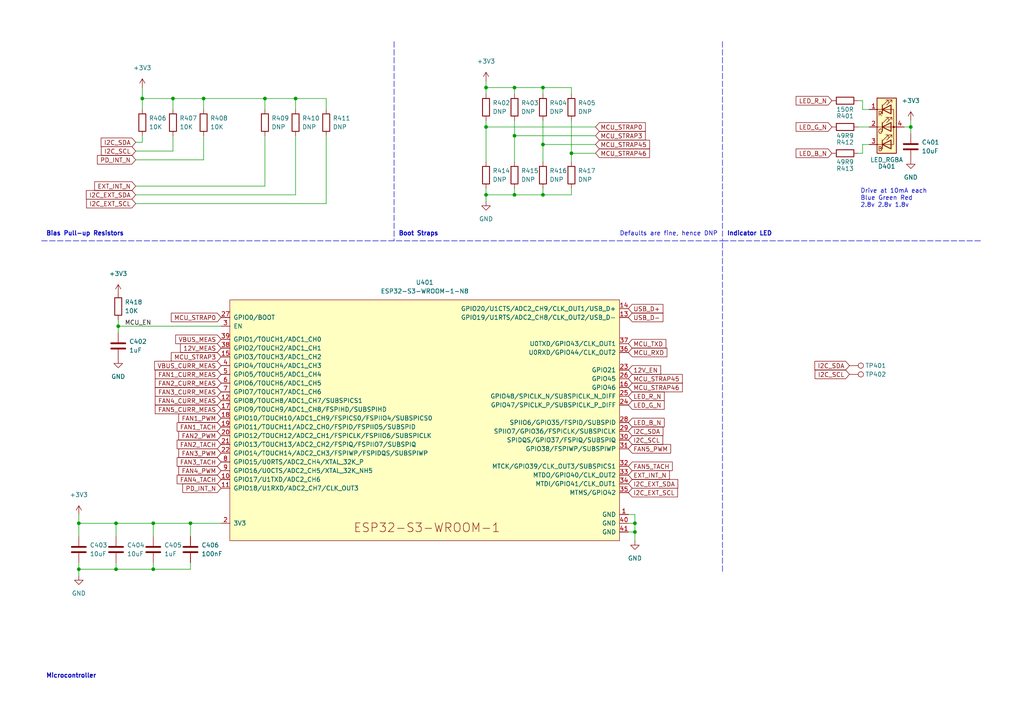
<source format=kicad_sch>
(kicad_sch (version 20211123) (generator eeschema)
  (paper "A4")
  (lib_symbols
    (symbol "Connector:TestPoint" (pin_numbers hide) (pin_names (offset 0.762) hide)
      (property "Reference" "TP" (at 0 6.858 0))
      (property "Value" "TestPoint" (at 0 5.08 0))
      (symbol "TestPoint_0_1"
        (circle (center 0 3.302) (radius 0.762))
      )
      (symbol "TestPoint_1_1"
        (pin passive line (at 0 0 90) (length 2.54) (name "1") (number "1"))
      )
    )
    (symbol "Device:C" (pin_numbers hide) (pin_names (offset 0.254))
      (property "Reference" "C" (at 0.635 2.54 0))
      (property "Value" "C" (at 0.635 -2.54 0))
      (symbol "C_0_1"
        (polyline (pts (xy -2.032 -0.762) (xy 2.032 -0.762)) (stroke (width 0.508)))
        (polyline (pts (xy -2.032 0.762) (xy 2.032 0.762)) (stroke (width 0.508)))
      )
      (symbol "C_1_1"
        (pin passive line (at 0 3.81 270) (length 2.794) (name "~") (number "1"))
        (pin passive line (at 0 -3.81 90) (length 2.794) (name "~") (number "2"))
      )
    )
    (symbol "Device:LED_RGBA" (pin_names (offset 0) hide)
      (property "Reference" "D" (at 0 9.398 0))
      (property "Value" "LED_RGBA" (at 0 -8.89 0))
      (symbol "LED_RGBA_0_0"
        (text "B" (at -1.905 -6.35 0) (effects (font (size 1.27 1.27))))
        (text "G" (at -1.905 -1.27 0) (effects (font (size 1.27 1.27))))
        (text "R" (at -1.905 3.81 0) (effects (font (size 1.27 1.27))))
      )
      (symbol "LED_RGBA_0_1"
        (polyline (pts (xy -1.27 -5.08) (xy -2.54 -5.08)))
        (polyline (pts (xy -1.27 -5.08) (xy 1.27 -5.08)))
        (polyline (pts (xy -1.27 -3.81) (xy -1.27 -6.35)) (stroke (width 0.254)))
        (polyline (pts (xy -1.27 0) (xy -2.54 0)))
        (polyline (pts (xy -1.27 1.27) (xy -1.27 -1.27)) (stroke (width 0.254)))
        (polyline (pts (xy -1.27 5.08) (xy -2.54 5.08)))
        (polyline (pts (xy -1.27 5.08) (xy 1.27 5.08)))
        (polyline (pts (xy -1.27 6.35) (xy -1.27 3.81)) (stroke (width 0.254)))
        (polyline (pts (xy 1.27 0) (xy -1.27 0)))
        (polyline (pts (xy 1.27 0) (xy 2.54 0)))
        (polyline (pts (xy -1.27 1.27) (xy -1.27 -1.27) (xy -1.27 -1.27)))
        (polyline (pts (xy -1.27 6.35) (xy -1.27 3.81) (xy -1.27 3.81)))
        (polyline (pts (xy 1.27 -5.08) (xy 2.032 -5.08) (xy 2.032 5.08) (xy 1.27 5.08)))
        (polyline (pts (xy 1.27 -3.81) (xy 1.27 -6.35) (xy -1.27 -5.08) (xy 1.27 -3.81)) (stroke (width 0.254)))
        (polyline (pts (xy 1.27 1.27) (xy 1.27 -1.27) (xy -1.27 0) (xy 1.27 1.27)) (stroke (width 0.254)))
        (polyline (pts (xy 1.27 6.35) (xy 1.27 3.81) (xy -1.27 5.08) (xy 1.27 6.35)) (stroke (width 0.254)))
        (polyline (pts (xy -1.016 -3.81) (xy 0.508 -2.286) (xy -0.254 -2.286) (xy 0.508 -2.286) (xy 0.508 -3.048)))
        (polyline (pts (xy -1.016 1.27) (xy 0.508 2.794) (xy -0.254 2.794) (xy 0.508 2.794) (xy 0.508 2.032)))
        (polyline (pts (xy -1.016 6.35) (xy 0.508 7.874) (xy -0.254 7.874) (xy 0.508 7.874) (xy 0.508 7.112)))
        (polyline (pts (xy 0 -3.81) (xy 1.524 -2.286) (xy 0.762 -2.286) (xy 1.524 -2.286) (xy 1.524 -3.048)))
        (polyline (pts (xy 0 1.27) (xy 1.524 2.794) (xy 0.762 2.794) (xy 1.524 2.794) (xy 1.524 2.032)))
        (polyline (pts (xy 0 6.35) (xy 1.524 7.874) (xy 0.762 7.874) (xy 1.524 7.874) (xy 1.524 7.112)))
        (rectangle (start 1.27 -1.27) (end 1.27 1.27))
        (rectangle (start 1.27 1.27) (end 1.27 1.27))
        (rectangle (start 1.27 3.81) (end 1.27 6.35))
        (rectangle (start 1.27 6.35) (end 1.27 6.35))
        (circle (center 2.032 0) (radius 0.254) (fill (type outline)))
        (rectangle (start 2.794 8.382) (end -2.794 -7.62) (stroke (width 0.254)) (fill (type background)))
      )
      (symbol "LED_RGBA_1_1"
        (pin passive line (at -5.08 5.08 0) (length 2.54) (name "RK") (number "1"))
        (pin passive line (at -5.08 0 0) (length 2.54) (name "GK") (number "2"))
        (pin passive line (at -5.08 -5.08 0) (length 2.54) (name "BK") (number "3"))
        (pin passive line (at 5.08 0 180) (length 2.54) (name "A") (number "4"))
      )
    )
    (symbol "Device:R" (pin_numbers hide) (pin_names (offset 0))
      (property "Reference" "R" (at 2.032 0 90))
      (property "Value" "R" (at 0 0 90))
      (symbol "R_0_1"
        (rectangle (start -1.016 -2.54) (end 1.016 2.54) (stroke (width 0.254)))
      )
      (symbol "R_1_1"
        (pin passive line (at 0 3.81 270) (length 1.27) (name "~") (number "1"))
        (pin passive line (at 0 -3.81 90) (length 1.27) (name "~") (number "2"))
      )
    )
    (symbol "Espressif:ESP32-S3-WROOM-1" (pin_names (offset 1.016))
      (property "Reference" "U" (at 0 35.56 0))
      (property "Value" "ESP32-S3-WROOM-1" (at 0 -36.83 0))
      (symbol "ESP32-S3-WROOM-1_0_0"
        (rectangle (start -57.15 34.29) (end 55.88 -35.56) (fill (type background)))
        (text "ESP32-S3-WROOM-1" (at 0 -31.75 0) (effects (font (size 2.54 2.54))))
        (pin power_in line (at 58.42 -27.94 180) (length 2.54) (name "GND") (number "1"))
        (pin bidirectional line (at -59.69 -17.78 0) (length 2.54) (name "GPIO17/U1TXD/ADC2_CH6") (number "10"))
        (pin bidirectional line (at -59.69 -20.32 0) (length 2.54) (name "GPIO18/U1RXD/ADC2_CH7/CLK_OUT3") (number "11"))
        (pin bidirectional line (at -59.69 5.08 0) (length 2.54) (name "GPIO8/TOUCH8/ADC1_CH7/SUBSPICS1") (number "12"))
        (pin bidirectional line (at 58.42 29.21 180) (length 2.54) (name "GPIO19/U1RTS/ADC2_CH8/CLK_OUT2/USB_D-") (number "13"))
        (pin bidirectional line (at 58.42 31.75 180) (length 2.54) (name "GPIO20/U1CTS/ADC2_CH9/CLK_OUT1/USB_D+") (number "14"))
        (pin bidirectional line (at -59.69 17.78 0) (length 2.54) (name "GPIO3/TOUCH3/ADC1_CH2") (number "15"))
        (pin bidirectional line (at 58.42 8.89 180) (length 2.54) (name "GPIO46") (number "16"))
        (pin bidirectional line (at -59.69 2.54 0) (length 2.54) (name "GPIO9/TOUCH9/ADC1_CH8/FSPIHD/SUBSPIHD") (number "17"))
        (pin bidirectional line (at -59.69 0 0) (length 2.54) (name "GPIO10/TOUCH10/ADC1_CH9/FSPICS0/FSPIIO4/SUBSPICS0") (number "18"))
        (pin bidirectional line (at -59.69 -2.54 0) (length 2.54) (name "GPIO11/TOUCH11/ADC2_CH0/FSPID/FSPIIO5/SUBSPID") (number "19"))
        (pin power_in line (at -59.69 -30.48 0) (length 2.54) (name "3V3") (number "2"))
        (pin bidirectional line (at -59.69 -5.08 0) (length 2.54) (name "GPIO12/TOUCH12/ADC2_CH1/FSPICLK/FSPIIO6/SUBSPICLK") (number "20"))
        (pin bidirectional line (at -59.69 -7.62 0) (length 2.54) (name "GPIO13/TOUCH13/ADC2_CH2/FSPIQ/FSPIIO7/SUBSPIQ") (number "21"))
        (pin bidirectional line (at -59.69 -10.16 0) (length 2.54) (name "GPIO14/TOUCH14/ADC2_CH3/FSPIWP/FSPIDQS/SUBSPIWP") (number "22"))
        (pin bidirectional line (at 58.42 13.97 180) (length 2.54) (name "GPIO21") (number "23"))
        (pin bidirectional line (at 58.42 3.81 180) (length 2.54) (name "GPIO47/SPICLK_P/SUBSPICLK_P_DIFF") (number "24"))
        (pin bidirectional line (at 58.42 6.35 180) (length 2.54) (name "GPIO48/SPICLK_N/SUBSPICLK_N_DIFF") (number "25"))
        (pin bidirectional line (at 58.42 11.43 180) (length 2.54) (name "GPIO45") (number "26"))
        (pin bidirectional line (at -59.69 29.21 0) (length 2.54) (name "GPIO0/BOOT") (number "27"))
        (pin bidirectional line (at 58.42 -1.27 180) (length 2.54) (name "SPIIO6/GPIO35/FSPID/SUBSPID") (number "28"))
        (pin bidirectional line (at 58.42 -3.81 180) (length 2.54) (name "SPIIO7/GPIO36/FSPICLK/SUBSPICLK") (number "29"))
        (pin input line (at -59.69 26.67 0) (length 2.54) (name "EN") (number "3"))
        (pin bidirectional line (at 58.42 -6.35 180) (length 2.54) (name "SPIDQS/GPIO37/FSPIQ/SUBSPIQ") (number "30"))
        (pin bidirectional line (at 58.42 -8.89 180) (length 2.54) (name "GPIO38/FSPIWP/SUBSPIWP") (number "31"))
        (pin bidirectional line (at 58.42 -13.97 180) (length 2.54) (name "MTCK/GPIO39/CLK_OUT3/SUBSPICS1") (number "32"))
        (pin bidirectional line (at 58.42 -16.51 180) (length 2.54) (name "MTDO/GPIO40/CLK_OUT2") (number "33"))
        (pin bidirectional line (at 58.42 -19.05 180) (length 2.54) (name "MTDI/GPIO41/CLK_OUT1") (number "34"))
        (pin bidirectional line (at 58.42 -21.59 180) (length 2.54) (name "MTMS/GPIO42") (number "35"))
        (pin bidirectional line (at 58.42 19.05 180) (length 2.54) (name "U0RXD/GPIO44/CLK_OUT2") (number "36"))
        (pin bidirectional line (at 58.42 21.59 180) (length 2.54) (name "U0TXD/GPIO43/CLK_OUT1") (number "37"))
        (pin bidirectional line (at -59.69 20.32 0) (length 2.54) (name "GPIO2/TOUCH2/ADC1_CH1") (number "38"))
        (pin bidirectional line (at -59.69 22.86 0) (length 2.54) (name "GPIO1/TOUCH1/ADC1_CH0") (number "39"))
        (pin bidirectional line (at -59.69 15.24 0) (length 2.54) (name "GPIO4/TOUCH4/ADC1_CH3") (number "4"))
        (pin power_in line (at 58.42 -30.48 180) (length 2.54) (name "GND") (number "40"))
        (pin power_in line (at 58.42 -33.02 180) (length 2.54) (name "GND") (number "41"))
        (pin bidirectional line (at -59.69 12.7 0) (length 2.54) (name "GPIO5/TOUCH5/ADC1_CH4") (number "5"))
        (pin bidirectional line (at -59.69 10.16 0) (length 2.54) (name "GPIO6/TOUCH6/ADC1_CH5") (number "6"))
        (pin bidirectional line (at -59.69 7.62 0) (length 2.54) (name "GPIO7/TOUCH7/ADC1_CH6") (number "7"))
        (pin bidirectional line (at -59.69 -12.7 0) (length 2.54) (name "GPIO15/U0RTS/ADC2_CH4/XTAL_32K_P") (number "8"))
        (pin bidirectional line (at -59.69 -15.24 0) (length 2.54) (name "GPIO16/U0CTS/ADC2_CH5/XTAL_32K_NH5") (number "9"))
      )
    )
    (symbol "power:+3V3" (power) (pin_names (offset 0))
      (property "Value" "+3V3" (at 0 3.556 0))
      (symbol "+3V3_0_1"
        (polyline (pts (xy -0.762 1.27) (xy 0 2.54)))
        (polyline (pts (xy 0 0) (xy 0 2.54)))
        (polyline (pts (xy 0 2.54) (xy 0.762 1.27)))
      )
      (symbol "+3V3_1_1"
        (pin power_in line (at 0 0 90) (length 0) hide (name "+3V3") (number "1"))
      )
    )
    (symbol "power:GND" (power) (pin_names (offset 0))
      (property "Value" "GND" (at 0 -3.81 0))
      (symbol "GND_0_1"
        (polyline (pts (xy 0 0) (xy 0 -1.27) (xy 1.27 -1.27) (xy 0 -2.54) (xy -1.27 -1.27) (xy 0 -1.27)))
      )
      (symbol "GND_1_1"
        (pin power_in line (at 0 0 270) (length 0) hide (name "GND") (number "1"))
      )
    )
  )
  (junction (at 157.48 56.515))
  (junction (at 41.275 28.575))
  (junction (at 184.15 154.305))
  (junction (at 165.735 44.45))
  (junction (at 149.225 56.515))
  (junction (at 33.655 165.1))
  (junction (at 22.86 165.1))
  (junction (at 50.165 28.575))
  (junction (at 149.225 25.4))
  (junction (at 59.055 28.575))
  (junction (at 140.97 25.4))
  (junction (at 157.48 25.4))
  (junction (at 76.835 28.575))
  (junction (at 140.97 56.515))
  (junction (at 85.725 28.575))
  (junction (at 140.97 36.83))
  (junction (at 264.16 36.83))
  (junction (at 22.86 151.765))
  (junction (at 55.245 151.765))
  (junction (at 184.15 151.765))
  (junction (at 44.45 165.1))
  (junction (at 44.45 151.765))
  (junction (at 157.48 41.91))
  (junction (at 149.225 39.37))
  (junction (at 33.655 151.765))
  (junction (at 34.29 94.615))
  (wire (pts (xy 55.245 165.1) (xy 55.245 163.195)))
  (wire (pts (xy 264.16 34.925) (xy 264.16 36.83)))
  (wire (pts (xy 41.275 41.275) (xy 41.275 39.37)))
  (wire (pts (xy 140.97 36.83) (xy 140.97 46.99)))
  (wire (pts (xy 94.615 31.75) (xy 94.615 28.575)))
  (wire (pts (xy 59.055 28.575) (xy 59.055 31.75)))
  (wire (pts (xy 149.225 34.925) (xy 149.225 39.37)))
  (wire (pts (xy 140.97 36.83) (xy 172.72 36.83)))
  (wire (pts (xy 33.655 151.765) (xy 33.655 155.575)))
  (wire (pts (xy 250.19 31.75) (xy 250.19 29.21)))
  (wire (pts (xy 34.29 94.615) (xy 64.135 94.615)))
  (wire (pts (xy 252.095 31.75) (xy 250.19 31.75)))
  (wire (pts (xy 44.45 151.765) (xy 55.245 151.765)))
  (wire (pts (xy 44.45 151.765) (xy 44.45 155.575)))
  (wire (pts (xy 157.48 41.91) (xy 172.72 41.91)))
  (wire (pts (xy 76.835 31.75) (xy 76.835 28.575)))
  (wire (pts (xy 50.165 43.815) (xy 50.165 39.37)))
  (wire (pts (xy 59.055 28.575) (xy 76.835 28.575)))
  (wire (pts (xy 184.15 154.305) (xy 184.15 151.765)))
  (polyline (pts (xy 12.065 69.85) (xy 209.55 69.85)))
  (polyline (pts (xy 209.55 69.85) (xy 284.48 69.85)))
  (wire (pts (xy 33.655 163.195) (xy 33.655 165.1)))
  (wire (pts (xy 39.37 56.515) (xy 85.725 56.515)))
  (wire (pts (xy 184.15 154.305) (xy 184.15 156.845)))
  (wire (pts (xy 39.37 53.975) (xy 76.835 53.975)))
  (wire (pts (xy 44.45 151.765) (xy 33.655 151.765)))
  (wire (pts (xy 50.165 28.575) (xy 50.165 31.75)))
  (wire (pts (xy 250.19 29.21) (xy 248.92 29.21)))
  (wire (pts (xy 157.48 54.61) (xy 157.48 56.515)))
  (wire (pts (xy 248.92 36.83) (xy 252.095 36.83)))
  (wire (pts (xy 22.86 163.195) (xy 22.86 165.1)))
  (wire (pts (xy 39.37 43.815) (xy 50.165 43.815)))
  (polyline (pts (xy 209.55 165.735) (xy 209.55 69.85)))
  (wire (pts (xy 157.48 25.4) (xy 165.735 25.4)))
  (wire (pts (xy 22.86 149.225) (xy 22.86 151.765)))
  (wire (pts (xy 41.275 28.575) (xy 41.275 31.75)))
  (wire (pts (xy 85.725 28.575) (xy 76.835 28.575)))
  (wire (pts (xy 248.92 44.45) (xy 250.19 44.45)))
  (wire (pts (xy 157.48 27.305) (xy 157.48 25.4)))
  (wire (pts (xy 165.735 25.4) (xy 165.735 27.305)))
  (wire (pts (xy 165.735 34.925) (xy 165.735 44.45)))
  (wire (pts (xy 22.86 165.1) (xy 33.655 165.1)))
  (wire (pts (xy 140.97 56.515) (xy 149.225 56.515)))
  (wire (pts (xy 157.48 56.515) (xy 165.735 56.515)))
  (wire (pts (xy 94.615 59.055) (xy 94.615 39.37)))
  (wire (pts (xy 41.275 25.4) (xy 41.275 28.575)))
  (wire (pts (xy 149.225 39.37) (xy 172.72 39.37)))
  (wire (pts (xy 64.135 151.765) (xy 55.245 151.765)))
  (wire (pts (xy 34.29 94.615) (xy 34.29 96.52)))
  (wire (pts (xy 182.245 149.225) (xy 184.15 149.225)))
  (wire (pts (xy 157.48 41.91) (xy 157.48 46.99)))
  (wire (pts (xy 22.86 165.1) (xy 22.86 167.005)))
  (wire (pts (xy 149.225 39.37) (xy 149.225 46.99)))
  (wire (pts (xy 149.225 56.515) (xy 157.48 56.515)))
  (wire (pts (xy 252.095 41.91) (xy 250.19 41.91)))
  (wire (pts (xy 264.16 36.83) (xy 264.16 38.735)))
  (wire (pts (xy 250.19 41.91) (xy 250.19 44.45)))
  (wire (pts (xy 140.97 34.925) (xy 140.97 36.83)))
  (wire (pts (xy 59.055 46.355) (xy 59.055 39.37)))
  (wire (pts (xy 149.225 54.61) (xy 149.225 56.515)))
  (wire (pts (xy 182.245 154.305) (xy 184.15 154.305)))
  (wire (pts (xy 140.97 25.4) (xy 149.225 25.4)))
  (wire (pts (xy 149.225 25.4) (xy 149.225 27.305)))
  (wire (pts (xy 85.725 31.75) (xy 85.725 28.575)))
  (wire (pts (xy 184.15 151.765) (xy 182.245 151.765)))
  (wire (pts (xy 140.97 25.4) (xy 140.97 27.305)))
  (wire (pts (xy 44.45 165.1) (xy 55.245 165.1)))
  (wire (pts (xy 50.165 28.575) (xy 59.055 28.575)))
  (wire (pts (xy 34.29 92.71) (xy 34.29 94.615)))
  (wire (pts (xy 165.735 44.45) (xy 172.72 44.45)))
  (wire (pts (xy 85.725 56.515) (xy 85.725 39.37)))
  (wire (pts (xy 39.37 46.355) (xy 59.055 46.355)))
  (wire (pts (xy 264.16 36.83) (xy 262.255 36.83)))
  (wire (pts (xy 165.735 56.515) (xy 165.735 54.61)))
  (wire (pts (xy 140.97 23.495) (xy 140.97 25.4)))
  (wire (pts (xy 22.86 151.765) (xy 33.655 151.765)))
  (wire (pts (xy 157.48 34.925) (xy 157.48 41.91)))
  (polyline (pts (xy 209.55 12.065) (xy 209.55 69.85)))
  (wire (pts (xy 140.97 56.515) (xy 140.97 54.61)))
  (wire (pts (xy 149.225 25.4) (xy 157.48 25.4)))
  (wire (pts (xy 39.37 59.055) (xy 94.615 59.055)))
  (wire (pts (xy 22.86 151.765) (xy 22.86 155.575)))
  (wire (pts (xy 33.655 165.1) (xy 44.45 165.1)))
  (wire (pts (xy 94.615 28.575) (xy 85.725 28.575)))
  (wire (pts (xy 55.245 151.765) (xy 55.245 155.575)))
  (wire (pts (xy 165.735 44.45) (xy 165.735 46.99)))
  (polyline (pts (xy 114.3 12.065) (xy 114.3 69.85)))
  (wire (pts (xy 76.835 53.975) (xy 76.835 39.37)))
  (wire (pts (xy 140.97 56.515) (xy 140.97 58.42)))
  (wire (pts (xy 184.15 149.225) (xy 184.15 151.765)))
  (wire (pts (xy 44.45 165.1) (xy 44.45 163.195)))
  (wire (pts (xy 39.37 41.275) (xy 41.275 41.275)))
  (wire (pts (xy 41.275 28.575) (xy 50.165 28.575)))
  (text "Defaults are fine, hence DNP" (at 179.705 68.58 0) (effects (font (size 1.27 1.27)) (justify left bottom)))
  (text "Drive at 10mA each\nBlue Green Red\n2.8v 2.8v 1.8v" (at 249.555 60.325 0) (effects (font (size 1.27 1.27)) (justify left bottom)))
  (text "Boot Straps" (at 115.57 68.58 0) (effects (font (size 1.27 1.27) bold) (justify left bottom)))
  (text "Indicator LED" (at 210.82 68.58 0) (effects (font (size 1.27 1.27) bold) (justify left bottom)))
  (text "Bias Pull-up Resistors" (at 13.335 68.58 0) (effects (font (size 1.27 1.27) bold) (justify left bottom)))
  (text "Microcontroller" (at 13.335 196.85 0) (effects (font (size 1.27 1.27) bold) (justify left bottom)))
  (label "MCU_EN" (at 36.195 94.615 0))
  (global_label "FAN2_CURR_MEAS" (shape input) (at 64.135 111.125 180) (property "Intersheet References" "${INTERSHEET_REFS}" (at 45.0305 111.0456 0) (effects (justify right))))
  (global_label "FAN1_TACH" (shape input) (at 64.135 123.825 180) (property "Intersheet References" "${INTERSHEET_REFS}" (at 51.3805 123.7456 0) (effects (justify right))))
  (global_label "PD_INT_N" (shape input) (at 39.37 46.355 180) (property "Intersheet References" "${INTERSHEET_REFS}" (at 28.2483 46.2756 0) (effects (justify right))))
  (global_label "FAN3_TACH" (shape input) (at 64.135 133.985 180) (property "Intersheet References" "${INTERSHEET_REFS}" (at 51.3805 133.9056 0) (effects (justify right))))
  (global_label "FAN4_TACH" (shape input) (at 64.135 139.065 180) (property "Intersheet References" "${INTERSHEET_REFS}" (at 51.3805 138.9856 0) (effects (justify right))))
  (global_label "I2C_SDA" (shape input) (at 39.37 41.275 180) (property "Intersheet References" "${INTERSHEET_REFS}" (at 29.3369 41.1956 0) (effects (justify right))))
  (global_label "USB_D-" (shape input) (at 182.245 92.075 0) (property "Intersheet References" "${INTERSHEET_REFS}" (at 192.2781 92.1544 0) (effects (justify left))))
  (global_label "12V_MEAS" (shape input) (at 64.135 100.965 180) (property "Intersheet References" "${INTERSHEET_REFS}" (at 52.3481 100.8856 0) (effects (justify right))))
  (global_label "LED_B_N" (shape input) (at 241.3 44.45 180) (property "Intersheet References" "${INTERSHEET_REFS}" (at 230.904 44.5294 0) (effects (justify right))))
  (global_label "FAN5_TACH" (shape input) (at 182.245 135.255 0) (property "Intersheet References" "${INTERSHEET_REFS}" (at 194.9995 135.1756 0) (effects (justify left))))
  (global_label "MCU_STRAP0" (shape input) (at 172.72 36.83 0) (property "Intersheet References" "${INTERSHEET_REFS}" (at 187.1679 36.9094 0) (effects (justify left))))
  (global_label "FAN4_CURR_MEAS" (shape input) (at 64.135 116.205 180) (property "Intersheet References" "${INTERSHEET_REFS}" (at 45.0305 116.1256 0) (effects (justify right))))
  (global_label "FAN2_TACH" (shape input) (at 64.135 128.905 180) (property "Intersheet References" "${INTERSHEET_REFS}" (at 51.3805 128.8256 0) (effects (justify right))))
  (global_label "I2C_EXT_SDA" (shape input) (at 39.37 56.515 180) (property "Intersheet References" "${INTERSHEET_REFS}" (at 25.0431 56.4356 0) (effects (justify right))))
  (global_label "MCU_TXD" (shape input) (at 182.245 99.695 0) (property "Intersheet References" "${INTERSHEET_REFS}" (at 193.1248 99.7744 0) (effects (justify left))))
  (global_label "EXT_INT_N" (shape input) (at 39.37 53.975 180) (property "Intersheet References" "${INTERSHEET_REFS}" (at 27.4621 54.0544 0) (effects (justify right))))
  (global_label "USB_D+" (shape input) (at 182.245 89.535 0) (property "Intersheet References" "${INTERSHEET_REFS}" (at 192.2781 89.6144 0) (effects (justify left))))
  (global_label "I2C_SCL" (shape input) (at 39.37 43.815 180) (property "Intersheet References" "${INTERSHEET_REFS}" (at 29.3974 43.7356 0) (effects (justify right))))
  (global_label "I2C_SCL" (shape input) (at 246.38 108.585 180) (property "Intersheet References" "${INTERSHEET_REFS}" (at 236.4074 108.5056 0) (effects (justify right))))
  (global_label "MCU_STRAP0" (shape input) (at 64.135 92.075 180) (property "Intersheet References" "${INTERSHEET_REFS}" (at 49.6871 91.9956 0) (effects (justify right))))
  (global_label "FAN5_PWM" (shape input) (at 182.245 130.175 0) (property "Intersheet References" "${INTERSHEET_REFS}" (at 194.5157 130.0956 0) (effects (justify left))))
  (global_label "LED_G_N" (shape input) (at 182.245 117.475 0) (property "Intersheet References" "${INTERSHEET_REFS}" (at 192.641 117.3956 0) (effects (justify left))))
  (global_label "I2C_EXT_SCL" (shape input) (at 182.245 142.875 0) (property "Intersheet References" "${INTERSHEET_REFS}" (at 196.5114 142.9544 0) (effects (justify left))))
  (global_label "FAN1_PWM" (shape input) (at 64.135 121.285 180) (property "Intersheet References" "${INTERSHEET_REFS}" (at 51.8643 121.2056 0) (effects (justify right))))
  (global_label "12V_EN" (shape input) (at 182.245 107.315 0) (property "Intersheet References" "${INTERSHEET_REFS}" (at 191.6129 107.3944 0) (effects (justify left))))
  (global_label "VBUS_MEAS" (shape input) (at 64.135 98.425 180) (property "Intersheet References" "${INTERSHEET_REFS}" (at 50.9571 98.3456 0) (effects (justify right))))
  (global_label "FAN3_CURR_MEAS" (shape input) (at 64.135 113.665 180) (property "Intersheet References" "${INTERSHEET_REFS}" (at 45.0305 113.5856 0) (effects (justify right))))
  (global_label "I2C_EXT_SCL" (shape input) (at 39.37 59.055 180) (property "Intersheet References" "${INTERSHEET_REFS}" (at 25.1036 58.9756 0) (effects (justify right))))
  (global_label "MCU_STRAP45" (shape input) (at 182.245 109.855 0) (property "Intersheet References" "${INTERSHEET_REFS}" (at 197.9024 109.7756 0) (effects (justify left))))
  (global_label "FAN2_PWM" (shape input) (at 64.135 126.365 180) (property "Intersheet References" "${INTERSHEET_REFS}" (at 51.8643 126.2856 0) (effects (justify right))))
  (global_label "EXT_INT_N" (shape input) (at 182.245 137.795 0) (property "Intersheet References" "${INTERSHEET_REFS}" (at 194.1529 137.7156 0) (effects (justify left))))
  (global_label "MCU_STRAP46" (shape input) (at 182.245 112.395 0) (property "Intersheet References" "${INTERSHEET_REFS}" (at 197.9024 112.3156 0) (effects (justify left))))
  (global_label "MCU_STRAP45" (shape input) (at 172.72 41.91 0) (property "Intersheet References" "${INTERSHEET_REFS}" (at 188.3774 41.8306 0) (effects (justify left))))
  (global_label "MCU_RXD" (shape input) (at 182.245 102.235 0) (property "Intersheet References" "${INTERSHEET_REFS}" (at 193.4271 102.3144 0) (effects (justify left))))
  (global_label "I2C_EXT_SDA" (shape input) (at 182.245 140.335 0) (property "Intersheet References" "${INTERSHEET_REFS}" (at 196.5719 140.4144 0) (effects (justify left))))
  (global_label "LED_G_N" (shape input) (at 241.3 36.83 180) (property "Intersheet References" "${INTERSHEET_REFS}" (at 230.904 36.9094 0) (effects (justify right))))
  (global_label "MCU_STRAP3" (shape input) (at 64.135 103.505 180) (property "Intersheet References" "${INTERSHEET_REFS}" (at 49.6871 103.4256 0) (effects (justify right))))
  (global_label "I2C_SDA" (shape input) (at 246.38 106.045 180) (property "Intersheet References" "${INTERSHEET_REFS}" (at 236.3469 105.9656 0) (effects (justify right))))
  (global_label "LED_R_N" (shape input) (at 241.3 29.21 180) (property "Intersheet References" "${INTERSHEET_REFS}" (at 230.904 29.2894 0) (effects (justify right))))
  (global_label "MCU_STRAP3" (shape input) (at 172.72 39.37 0) (property "Intersheet References" "${INTERSHEET_REFS}" (at 187.1679 39.4494 0) (effects (justify left))))
  (global_label "I2C_SDA" (shape input) (at 182.245 125.095 0) (property "Intersheet References" "${INTERSHEET_REFS}" (at 192.2781 125.1744 0) (effects (justify left))))
  (global_label "FAN1_CURR_MEAS" (shape input) (at 64.135 108.585 180) (property "Intersheet References" "${INTERSHEET_REFS}" (at 45.0305 108.5056 0) (effects (justify right))))
  (global_label "I2C_SCL" (shape input) (at 182.245 127.635 0) (property "Intersheet References" "${INTERSHEET_REFS}" (at 192.2176 127.7144 0) (effects (justify left))))
  (global_label "FAN5_CURR_MEAS" (shape input) (at 64.135 118.745 180) (property "Intersheet References" "${INTERSHEET_REFS}" (at 45.0305 118.6656 0) (effects (justify right))))
  (global_label "FAN4_PWM" (shape input) (at 64.135 136.525 180) (property "Intersheet References" "${INTERSHEET_REFS}" (at 51.8643 136.4456 0) (effects (justify right))))
  (global_label "LED_R_N" (shape input) (at 182.245 114.935 0) (property "Intersheet References" "${INTERSHEET_REFS}" (at 192.641 114.8556 0) (effects (justify left))))
  (global_label "VBUS_CURR_MEAS" (shape input) (at 64.135 106.045 180) (property "Intersheet References" "${INTERSHEET_REFS}" (at 44.849 105.9656 0) (effects (justify right))))
  (global_label "FAN3_PWM" (shape input) (at 64.135 131.445 180) (property "Intersheet References" "${INTERSHEET_REFS}" (at 51.8643 131.3656 0) (effects (justify right))))
  (global_label "PD_INT_N" (shape input) (at 64.135 141.605 180) (property "Intersheet References" "${INTERSHEET_REFS}" (at 53.0133 141.5256 0) (effects (justify right))))
  (global_label "MCU_STRAP46" (shape input) (at 172.72 44.45 0) (property "Intersheet References" "${INTERSHEET_REFS}" (at 188.3774 44.3706 0) (effects (justify left))))
  (global_label "LED_B_N" (shape input) (at 182.245 122.555 0) (property "Intersheet References" "${INTERSHEET_REFS}" (at 192.641 122.4756 0) (effects (justify left))))
  (symbol (lib_id "Device:R") (at 149.225 31.115 0) (unit 1) (in_bom no)
    (property "Reference" "R403" (at 151.13 29.8449 0) (effects (justify left)))
    (property "Value" "DNP" (at 151.13 32.3849 0) (effects (justify left)))
    (property "Footprint" "Resistor_SMD:R_0402_1005Metric" (effects hide))
  )
  (symbol (lib_id "Device:R") (at 76.835 35.56 0) (unit 1) (in_bom no)
    (property "Reference" "R409" (at 78.74 34.2899 0) (effects (justify left)))
    (property "Value" "DNP" (at 78.74 36.8299 0) (effects (justify left)))
    (property "Footprint" "Resistor_SMD:R_0402_1005Metric" (effects hide))
  )
  (symbol (lib_id "Device:R") (at 245.11 44.45 90) (unit 1)
    (property "Reference" "R413" (at 245.11 48.895 90))
    (property "Value" "49R9" (at 245.11 46.99 90))
    (property "Footprint" "Resistor_SMD:R_0402_1005Metric" (effects hide))
    (property "LCSC" "C25120" (effects hide))
  )
  (symbol (lib_id "power:+3V3") (at 264.16 34.925 0) (unit 1)
    (property "Reference" "#PWR0403" (effects hide))
    (property "Value" "+3V3" (at 264.16 29.21 0))
  )
  (symbol (lib_id "power:GND") (at 264.16 46.355 0) (unit 1)
    (property "Reference" "#PWR0404" (effects hide))
    (property "Value" "GND" (at 264.16 51.435 0))
  )
  (symbol (lib_id "Device:R") (at 157.48 31.115 0) (unit 1) (in_bom no)
    (property "Reference" "R404" (at 159.385 29.8449 0) (effects (justify left)))
    (property "Value" "DNP" (at 159.385 32.3849 0) (effects (justify left)))
    (property "Footprint" "Resistor_SMD:R_0402_1005Metric" (effects hide))
  )
  (symbol (lib_id "Device:R") (at 59.055 35.56 0) (unit 1)
    (property "Reference" "R408" (at 60.96 34.2899 0) (effects (justify left)))
    (property "Value" "10K" (at 60.96 36.8299 0) (effects (justify left)))
    (property "Footprint" "Resistor_SMD:R_0402_1005Metric" (effects hide))
    (property "LCSC" "C25744" (effects hide))
  )
  (symbol (lib_id "Device:C") (at 264.16 42.545 0) (unit 1)
    (property "Reference" "C401" (at 267.335 41.2749 0) (effects (justify left)))
    (property "Value" "10uF" (at 267.335 43.8149 0) (effects (justify left)))
    (property "Footprint" "Capacitor_SMD:C_0402_1005Metric" (effects hide))
    (property "LCSC" "C15525" (effects hide))
  )
  (symbol (lib_id "Device:R") (at 140.97 50.8 0) (unit 1) (in_bom no)
    (property "Reference" "R414" (at 142.875 49.5299 0) (effects (justify left)))
    (property "Value" "DNP" (at 142.875 52.0699 0) (effects (justify left)))
    (property "Footprint" "Resistor_SMD:R_0402_1005Metric" (effects hide))
  )
  (symbol (lib_id "Device:R") (at 140.97 31.115 0) (unit 1) (in_bom no)
    (property "Reference" "R402" (at 142.875 29.8449 0) (effects (justify left)))
    (property "Value" "DNP" (at 142.875 32.3849 0) (effects (justify left)))
    (property "Footprint" "Resistor_SMD:R_0402_1005Metric" (effects hide))
  )
  (symbol (lib_id "Device:C") (at 33.655 159.385 0) (unit 1)
    (property "Reference" "C404" (at 36.83 158.1149 0) (effects (justify left)))
    (property "Value" "10uF" (at 36.83 160.6549 0) (effects (justify left)))
    (property "Footprint" "Capacitor_SMD:C_0402_1005Metric" (effects hide))
    (property "LCSC" "C15525" (effects hide))
  )
  (symbol (lib_id "Device:R") (at 34.29 88.9 0) (unit 1)
    (property "Reference" "R418" (at 36.195 87.6299 0) (effects (justify left)))
    (property "Value" "10K" (at 36.195 90.1699 0) (effects (justify left)))
    (property "Footprint" "Resistor_SMD:R_0402_1005Metric" (effects hide))
    (property "LCSC" "C25744" (effects hide))
  )
  (symbol (lib_id "Device:C") (at 44.45 159.385 0) (unit 1)
    (property "Reference" "C405" (at 47.625 158.1149 0) (effects (justify left)))
    (property "Value" "1uF" (at 47.625 160.6549 0) (effects (justify left)))
    (property "Footprint" "Capacitor_SMD:C_0402_1005Metric" (effects hide))
    (property "LCSC" "C52923" (effects hide))
  )
  (symbol (lib_id "power:GND") (at 22.86 167.005 0) (unit 1)
    (property "Reference" "#PWR0410" (effects hide))
    (property "Value" "GND" (at 22.86 172.085 0))
  )
  (symbol (lib_id "power:+3V3") (at 22.86 149.225 0) (unit 1)
    (property "Reference" "#PWR0408" (effects hide))
    (property "Value" "+3V3" (at 22.86 143.51 0))
  )
  (symbol (lib_id "Espressif:ESP32-S3-WROOM-1") (at 123.825 121.285 0) (unit 1)
    (property "Reference" "U401" (at 123.19 81.915 0))
    (property "Value" "ESP32-S3-WROOM-1-N8" (at 123.19 84.455 0))
    (property "Footprint" "Espressif:ESP32-S3-WROOM-1" (effects hide))
    (property "Datasheet" "https://www.espressif.com/sites/default/files/documentation/esp32-s3-wroom-1_wroom-1u_datasheet_en.pdf" (effects hide))
    (property "LCSC" "C2913198" (effects hide))
  )
  (symbol (lib_id "Device:R") (at 245.11 29.21 90) (unit 1)
    (property "Reference" "R401" (at 245.11 33.655 90))
    (property "Value" "150R" (at 245.11 31.75 90))
    (property "Footprint" "Resistor_SMD:R_0402_1005Metric" (effects hide))
    (property "LCSC" "C25082" (effects hide))
  )
  (symbol (lib_id "Device:R") (at 165.735 50.8 0) (unit 1) (in_bom no)
    (property "Reference" "R417" (at 167.64 49.5299 0) (effects (justify left)))
    (property "Value" "DNP" (at 167.64 52.0699 0) (effects (justify left)))
    (property "Footprint" "Resistor_SMD:R_0402_1005Metric" (effects hide))
  )
  (symbol (lib_id "power:GND") (at 34.29 104.14 0) (unit 1)
    (property "Reference" "#PWR0407" (effects hide))
    (property "Value" "GND" (at 34.29 109.22 0))
  )
  (symbol (lib_id "Device:R") (at 85.725 35.56 0) (unit 1) (in_bom no)
    (property "Reference" "R410" (at 87.63 34.2899 0) (effects (justify left)))
    (property "Value" "DNP" (at 87.63 36.8299 0) (effects (justify left)))
    (property "Footprint" "Resistor_SMD:R_0402_1005Metric" (effects hide))
  )
  (symbol (lib_id "Device:R") (at 157.48 50.8 0) (unit 1) (in_bom no)
    (property "Reference" "R416" (at 159.385 49.5299 0) (effects (justify left)))
    (property "Value" "DNP" (at 159.385 52.0699 0) (effects (justify left)))
    (property "Footprint" "Resistor_SMD:R_0402_1005Metric" (effects hide))
  )
  (symbol (lib_id "Connector:TestPoint") (at 246.38 108.585 270) (unit 1)
    (property "Reference" "TP402" (at 254 108.585 90))
    (property "Value" "TestPoint" (effects hide))
    (property "Footprint" "TestPoint:TestPoint_THTPad_D1.0mm_Drill0.5mm" (effects hide))
  )
  (symbol (lib_id "Device:LED_RGBA") (at 257.175 36.83 0) (unit 1)
    (property "Reference" "D401" (at 257.175 48.26 0))
    (property "Value" "LED_RGBA" (at 257.175 46.355 0))
    (property "Footprint" "LED_SMD:LED_LiteOn_LTST-C19HE1WT" (effects hide))
    (property "LCSC" "C427425" (effects hide))
  )
  (symbol (lib_id "Device:R") (at 149.225 50.8 0) (unit 1) (in_bom no)
    (property "Reference" "R415" (at 151.13 49.5299 0) (effects (justify left)))
    (property "Value" "DNP" (at 151.13 52.0699 0) (effects (justify left)))
    (property "Footprint" "Resistor_SMD:R_0402_1005Metric" (effects hide))
  )
  (symbol (lib_id "Device:R") (at 94.615 35.56 0) (unit 1) (in_bom no)
    (property "Reference" "R411" (at 96.52 34.2899 0) (effects (justify left)))
    (property "Value" "DNP" (at 96.52 36.8299 0) (effects (justify left)))
    (property "Footprint" "Resistor_SMD:R_0402_1005Metric" (effects hide))
  )
  (symbol (lib_id "power:+3V3") (at 140.97 23.495 0) (unit 1)
    (property "Reference" "#PWR0401" (effects hide))
    (property "Value" "+3V3" (at 140.97 17.78 0))
  )
  (symbol (lib_id "Device:R") (at 165.735 31.115 0) (unit 1) (in_bom no)
    (property "Reference" "R405" (at 167.64 29.8449 0) (effects (justify left)))
    (property "Value" "DNP" (at 167.64 32.3849 0) (effects (justify left)))
    (property "Footprint" "Resistor_SMD:R_0402_1005Metric" (effects hide))
  )
  (symbol (lib_id "Device:R") (at 41.275 35.56 0) (unit 1)
    (property "Reference" "R406" (at 43.18 34.2899 0) (effects (justify left)))
    (property "Value" "10K" (at 43.18 36.8299 0) (effects (justify left)))
    (property "Footprint" "Resistor_SMD:R_0402_1005Metric" (effects hide))
    (property "LCSC" "C25744" (effects hide))
  )
  (symbol (lib_id "power:+3V3") (at 41.275 25.4 0) (unit 1)
    (property "Reference" "#PWR0402" (effects hide))
    (property "Value" "+3V3" (at 41.275 19.685 0))
  )
  (symbol (lib_id "Device:C") (at 55.245 159.385 0) (unit 1)
    (property "Reference" "C406" (at 58.42 158.1149 0) (effects (justify left)))
    (property "Value" "100nF" (at 58.42 160.6549 0) (effects (justify left)))
    (property "Footprint" "Capacitor_SMD:C_0402_1005Metric" (effects hide))
    (property "LCSC" "C307331" (effects hide))
  )
  (symbol (lib_id "Device:R") (at 50.165 35.56 0) (unit 1)
    (property "Reference" "R407" (at 52.07 34.2899 0) (effects (justify left)))
    (property "Value" "10K" (at 52.07 36.8299 0) (effects (justify left)))
    (property "Footprint" "Resistor_SMD:R_0402_1005Metric" (effects hide))
    (property "LCSC" "C25744" (effects hide))
  )
  (symbol (lib_id "power:+3V3") (at 34.29 85.09 0) (unit 1)
    (property "Reference" "#PWR0406" (effects hide))
    (property "Value" "+3V3" (at 34.29 79.375 0))
  )
  (symbol (lib_id "Device:R") (at 245.11 36.83 90) (unit 1)
    (property "Reference" "R412" (at 245.11 41.275 90))
    (property "Value" "49R9" (at 245.11 39.37 90))
    (property "Footprint" "Resistor_SMD:R_0402_1005Metric" (effects hide))
    (property "LCSC" "C25120" (effects hide))
  )
  (symbol (lib_id "Device:C") (at 22.86 159.385 0) (unit 1)
    (property "Reference" "C403" (at 26.035 158.1149 0) (effects (justify left)))
    (property "Value" "10uF" (at 26.035 160.6549 0) (effects (justify left)))
    (property "Footprint" "Capacitor_SMD:C_0402_1005Metric" (effects hide))
    (property "LCSC" "C15525" (effects hide))
  )
  (symbol (lib_id "Connector:TestPoint") (at 246.38 106.045 270) (unit 1)
    (property "Reference" "TP401" (at 254 106.045 90))
    (property "Value" "TestPoint" (effects hide))
    (property "Footprint" "TestPoint:TestPoint_THTPad_D1.0mm_Drill0.5mm" (effects hide))
  )
  (symbol (lib_id "power:GND") (at 140.97 58.42 0) (unit 1)
    (property "Reference" "#PWR0405" (effects hide))
    (property "Value" "GND" (at 140.97 63.5 0))
  )
  (symbol (lib_id "Device:C") (at 34.29 100.33 0) (unit 1)
    (property "Reference" "C402" (at 37.465 99.0599 0) (effects (justify left)))
    (property "Value" "1uF" (at 37.465 101.5999 0) (effects (justify left)))
    (property "Footprint" "Capacitor_SMD:C_0402_1005Metric" (effects hide))
    (property "LCSC" "C52923" (effects hide))
  )
  (symbol (lib_id "power:GND") (at 184.15 156.845 0) (unit 1)
    (property "Reference" "#PWR0409" (effects hide))
    (property "Value" "GND" (at 184.15 161.925 0))
  )
)
</source>
